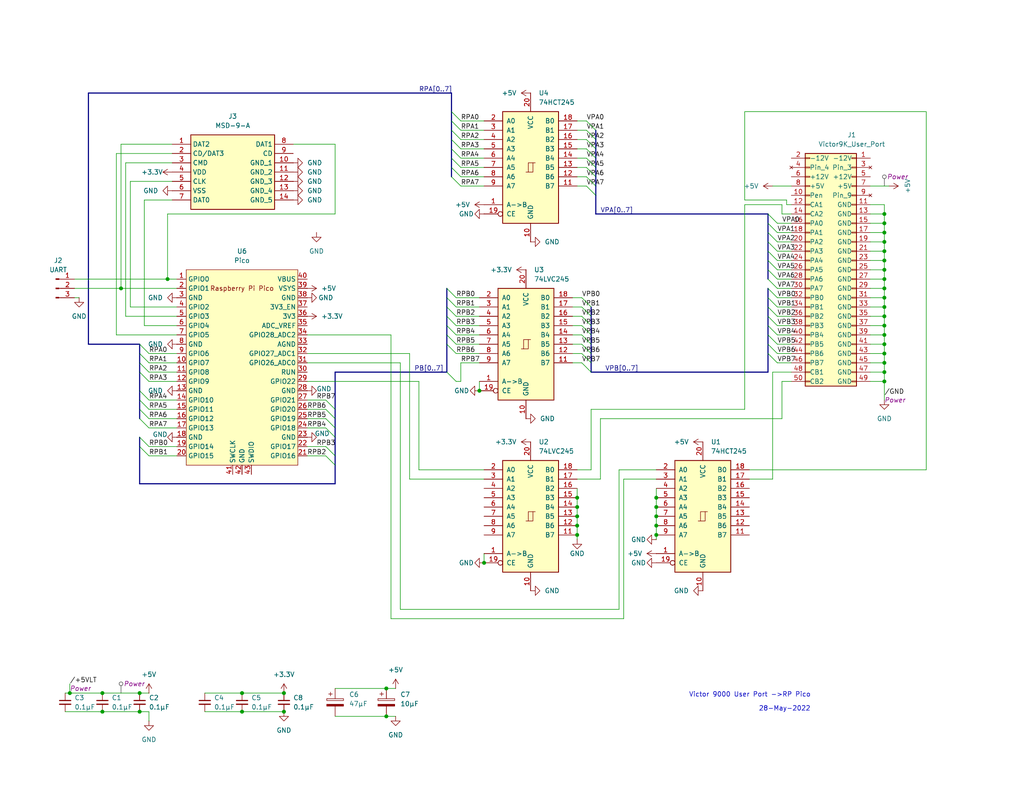
<source format=kicad_sch>
(kicad_sch (version 20250114) (generator "eeschema") (generator_version "9.0")
  (paper "USLetter")
  (lib_symbols
    (symbol "74xx:74HCT245" (pin_names (offset 1.016))
      (property "Reference" "U" (at -7.62 16.51 0))
      (property "Value" "74HCT245" (at -7.62 -16.51 0))
      (symbol "74HCT245_1_0"
        (pin tri_state line (at -12.7 12.7 0) (length 5.08) (name "A0") (number "2"))
        (pin tri_state line (at -12.7 10.16 0) (length 5.08) (name "A1") (number "3"))
        (pin tri_state line (at -12.7 7.62 0) (length 5.08) (name "A2") (number "4"))
        (pin tri_state line (at -12.7 5.08 0) (length 5.08) (name "A3") (number "5"))
        (pin tri_state line (at -12.7 2.54 0) (length 5.08) (name "A4") (number "6"))
        (pin tri_state line (at -12.7 0 0) (length 5.08) (name "A5") (number "7"))
        (pin tri_state line (at -12.7 -2.54 0) (length 5.08) (name "A6") (number "8"))
        (pin tri_state line (at -12.7 -5.08 0) (length 5.08) (name "A7") (number "9"))
        (pin input line (at -12.7 -10.16 0) (length 5.08) (name "A->B") (number "1"))
        (pin input inverted (at -12.7 -12.7 0) (length 5.08) (name "CE") (number "19"))
        (pin power_in line (at 0 20.32 270) (length 5.08) (name "VCC") (number "20"))
        (pin power_in line (at 0 -20.32 90) (length 5.08) (name "GND") (number "10"))
        (pin tri_state line (at 12.7 12.7 180) (length 5.08) (name "B0") (number "18"))
        (pin tri_state line (at 12.7 10.16 180) (length 5.08) (name "B1") (number "17"))
        (pin tri_state line (at 12.7 7.62 180) (length 5.08) (name "B2") (number "16"))
        (pin tri_state line (at 12.7 5.08 180) (length 5.08) (name "B3") (number "15"))
        (pin tri_state line (at 12.7 2.54 180) (length 5.08) (name "B4") (number "14"))
        (pin tri_state line (at 12.7 0 180) (length 5.08) (name "B5") (number "13"))
        (pin tri_state line (at 12.7 -2.54 180) (length 5.08) (name "B6") (number "12"))
        (pin tri_state line (at 12.7 -5.08 180) (length 5.08) (name "B7") (number "11"))
      )
    )
    (symbol "74xx:74LVC245" (pin_names (offset 1.016))
      (property "Reference" "U" (at -7.62 16.51 0))
      (property "Value" "74LVC245" (at -7.62 -16.51 0))
      (symbol "74LVC245_1_0"
        (pin tri_state line (at -12.7 12.7 0) (length 5.08) (name "A0") (number "2"))
        (pin tri_state line (at -12.7 10.16 0) (length 5.08) (name "A1") (number "3"))
        (pin tri_state line (at -12.7 7.62 0) (length 5.08) (name "A2") (number "4"))
        (pin tri_state line (at -12.7 5.08 0) (length 5.08) (name "A3") (number "5"))
        (pin tri_state line (at -12.7 2.54 0) (length 5.08) (name "A4") (number "6"))
        (pin tri_state line (at -12.7 0 0) (length 5.08) (name "A5") (number "7"))
        (pin tri_state line (at -12.7 -2.54 0) (length 5.08) (name "A6") (number "8"))
        (pin tri_state line (at -12.7 -5.08 0) (length 5.08) (name "A7") (number "9"))
        (pin input line (at -12.7 -10.16 0) (length 5.08) (name "A->B") (number "1"))
        (pin input inverted (at -12.7 -12.7 0) (length 5.08) (name "CE") (number "19"))
        (pin power_in line (at 0 20.32 270) (length 5.08) (name "VCC") (number "20"))
        (pin power_in line (at 0 -20.32 90) (length 5.08) (name "GND") (number "10"))
        (pin tri_state line (at 12.7 12.7 180) (length 5.08) (name "B0") (number "18"))
        (pin tri_state line (at 12.7 10.16 180) (length 5.08) (name "B1") (number "17"))
        (pin tri_state line (at 12.7 7.62 180) (length 5.08) (name "B2") (number "16"))
        (pin tri_state line (at 12.7 5.08 180) (length 5.08) (name "B3") (number "15"))
        (pin tri_state line (at 12.7 2.54 180) (length 5.08) (name "B4") (number "14"))
        (pin tri_state line (at 12.7 0 180) (length 5.08) (name "B5") (number "13"))
        (pin tri_state line (at 12.7 -2.54 180) (length 5.08) (name "B6") (number "12"))
        (pin tri_state line (at 12.7 -5.08 180) (length 5.08) (name "B7") (number "11"))
      )
    )
    (symbol "Connector:Conn_01x03_Pin" (pin_names (offset 1.016) (hide yes))
      (property "Reference" "J" (at 0 5.08 0))
      (property "Value" "Conn_01x03_Pin" (at 0 -5.08 0))
      (symbol "Conn_01x03_Pin_1_1"
        (pin passive line (at 5.08 2.54 180) (length 3.81) (name "Pin_1") (number "1"))
        (pin passive line (at 5.08 0 180) (length 3.81) (name "Pin_2") (number "2"))
        (pin passive line (at 5.08 -2.54 180) (length 3.81) (name "Pin_3") (number "3"))
      )
    )
    (symbol "Device:C_Polarized" (pin_numbers (hide yes)) (pin_names (offset 0.254))
      (property "Reference" "C" (at 0.635 2.54 0))
      (property "Value" "C_Polarized" (at 0.635 -2.54 0))
      (symbol "C_Polarized_1_1"
        (pin passive line (at 0 3.81 270) (length 2.794) (name "~") (number "1"))
        (pin passive line (at 0 -3.81 90) (length 2.794) (name "~") (number "2"))
      )
    )
    (symbol "Device:C_Small" (pin_numbers (hide yes)) (pin_names (offset 0.254) (hide yes))
      (property "Reference" "C" (at 0.254 1.778 0))
      (property "Value" "C_Small" (at 0.254 -2.032 0))
      (symbol "C_Small_1_1"
        (pin passive line (at 0 2.54 270) (length 2.032) (name "~") (number "1"))
        (pin passive line (at 0 -2.54 90) (length 2.032) (name "~") (number "2"))
      )
    )
    (symbol "MCU_RaspberryPi_and_Boards:Pico"
      (property "Reference" "U" (at -13.97 27.94 0))
      (property "Value" "Pico" (at 0 19.05 0))
      (symbol "Pico_0_0"
        (text "Raspberry Pi Pico" (at 0 21.59 0) (effects (font (size 1.27 1.27))))
      )
      (symbol "Pico_1_1"
        (pin bidirectional line (at -17.78 24.13 0) (length 2.54) (name "GPIO0") (number "1"))
        (pin bidirectional line (at -17.78 21.59 0) (length 2.54) (name "GPIO1") (number "2"))
        (pin power_in line (at -17.78 19.05 0) (length 2.54) (name "GND") (number "3"))
        (pin bidirectional line (at -17.78 16.51 0) (length 2.54) (name "GPIO2") (number "4"))
        (pin bidirectional line (at -17.78 13.97 0) (length 2.54) (name "GPIO3") (number "5"))
        (pin bidirectional line (at -17.78 11.43 0) (length 2.54) (name "GPIO4") (number "6"))
        (pin bidirectional line (at -17.78 8.89 0) (length 2.54) (name "GPIO5") (number "7"))
        (pin power_in line (at -17.78 6.35 0) (length 2.54) (name "GND") (number "8"))
        (pin bidirectional line (at -17.78 3.81 0) (length 2.54) (name "GPIO6") (number "9"))
        (pin bidirectional line (at -17.78 1.27 0) (length 2.54) (name "GPIO7") (number "10"))
        (pin bidirectional line (at -17.78 -1.27 0) (length 2.54) (name "GPIO8") (number "11"))
        (pin bidirectional line (at -17.78 -3.81 0) (length 2.54) (name "GPIO9") (number "12"))
        (pin power_in line (at -17.78 -6.35 0) (length 2.54) (name "GND") (number "13"))
        (pin bidirectional line (at -17.78 -8.89 0) (length 2.54) (name "GPIO10") (number "14"))
        (pin bidirectional line (at -17.78 -11.43 0) (length 2.54) (name "GPIO11") (number "15"))
        (pin bidirectional line (at -17.78 -13.97 0) (length 2.54) (name "GPIO12") (number "16"))
        (pin bidirectional line (at -17.78 -16.51 0) (length 2.54) (name "GPIO13") (number "17"))
        (pin power_in line (at -17.78 -19.05 0) (length 2.54) (name "GND") (number "18"))
        (pin bidirectional line (at -17.78 -21.59 0) (length 2.54) (name "GPIO14") (number "19"))
        (pin bidirectional line (at -17.78 -24.13 0) (length 2.54) (name "GPIO15") (number "20"))
        (pin input line (at -2.54 -29.21 90) (length 2.54) (name "SWCLK") (number "41"))
        (pin power_in line (at 0 -29.21 90) (length 2.54) (name "GND") (number "42"))
        (pin bidirectional line (at 2.54 -29.21 90) (length 2.54) (name "SWDIO") (number "43"))
        (pin power_in line (at 17.78 24.13 180) (length 2.54) (name "VBUS") (number "40"))
        (pin power_in line (at 17.78 21.59 180) (length 2.54) (name "VSYS") (number "39"))
        (pin bidirectional line (at 17.78 19.05 180) (length 2.54) (name "GND") (number "38"))
        (pin input line (at 17.78 16.51 180) (length 2.54) (name "3V3_EN") (number "37"))
        (pin power_in line (at 17.78 13.97 180) (length 2.54) (name "3V3") (number "36"))
        (pin power_in line (at 17.78 11.43 180) (length 2.54) (name "ADC_VREF") (number "35"))
        (pin bidirectional line (at 17.78 8.89 180) (length 2.54) (name "GPIO28_ADC2") (number "34"))
        (pin power_in line (at 17.78 6.35 180) (length 2.54) (name "AGND") (number "33"))
        (pin bidirectional line (at 17.78 3.81 180) (length 2.54) (name "GPIO27_ADC1") (number "32"))
        (pin bidirectional line (at 17.78 1.27 180) (length 2.54) (name "GPIO26_ADC0") (number "31"))
        (pin input line (at 17.78 -1.27 180) (length 2.54) (name "RUN") (number "30"))
        (pin bidirectional line (at 17.78 -3.81 180) (length 2.54) (name "GPIO22") (number "29"))
        (pin power_in line (at 17.78 -6.35 180) (length 2.54) (name "GND") (number "28"))
        (pin bidirectional line (at 17.78 -8.89 180) (length 2.54) (name "GPIO21") (number "27"))
        (pin bidirectional line (at 17.78 -11.43 180) (length 2.54) (name "GPIO20") (number "26"))
        (pin bidirectional line (at 17.78 -13.97 180) (length 2.54) (name "GPIO19") (number "25"))
        (pin bidirectional line (at 17.78 -16.51 180) (length 2.54) (name "GPIO18") (number "24"))
        (pin power_in line (at 17.78 -19.05 180) (length 2.54) (name "GND") (number "23"))
        (pin bidirectional line (at 17.78 -21.59 180) (length 2.54) (name "GPIO17") (number "22"))
        (pin bidirectional line (at 17.78 -24.13 180) (length 2.54) (name "GPIO16") (number "21"))
      )
    )
    (symbol "MSD-9-A:MSD-9-A"
      (property "Reference" "J" (at 29.21 7.62 0))
      (property "Value" "MSD-9-A" (at 29.21 5.08 0))
      (symbol "MSD-9-A_1_1"
        (pin passive line (at 0 0 0) (length 5.08) (name "DAT2") (number "1"))
        (pin passive line (at 0 -2.54 0) (length 5.08) (name "CD/DAT3") (number "2"))
        (pin passive line (at 0 -5.08 0) (length 5.08) (name "CMD") (number "3"))
        (pin passive line (at 0 -7.62 0) (length 5.08) (name "VDD") (number "4"))
        (pin passive line (at 0 -10.16 0) (length 5.08) (name "CLK") (number "5"))
        (pin passive line (at 0 -12.7 0) (length 5.08) (name "VSS") (number "6"))
        (pin passive line (at 0 -15.24 0) (length 5.08) (name "DAT0") (number "7"))
        (pin passive line (at 33.02 0 180) (length 5.08) (name "DAT1") (number "8"))
        (pin passive line (at 33.02 -2.54 180) (length 5.08) (name "CD") (number "9"))
        (pin passive line (at 33.02 -5.08 180) (length 5.08) (name "GND_1") (number "10"))
        (pin passive line (at 33.02 -7.62 180) (length 5.08) (name "GND_2") (number "11"))
        (pin passive line (at 33.02 -10.16 180) (length 5.08) (name "GND_3") (number "12"))
        (pin passive line (at 33.02 -12.7 180) (length 5.08) (name "GND_4") (number "13"))
        (pin passive line (at 33.02 -15.24 180) (length 5.08) (name "GND_5") (number "14"))
      )
    )
    (symbol "Pauls_symbols:Victor9K_User_Port" (pin_names (offset 1.2))
      (property "Reference" "J" (at 11.43 33.02 0))
      (property "Value" "Victor9K_User_Port" (at 7.62 -33.02 0))
      (symbol "Victor9K_User_Port_1_1"
        (pin power_out line (at -3.81 30.48 0) (length 3.81) (name "-12V") (number "1"))
        (pin no_connect line (at -3.81 27.94 0) (length 3.81) (name "Pin_3") (number "3"))
        (pin power_out line (at -3.81 25.4 0) (length 3.81) (name "+12V") (number "5"))
        (pin power_out line (at -3.81 22.86 0) (length 3.81) (name "+5V") (number "7"))
        (pin no_connect line (at -3.81 20.32 0) (length 3.81) (name "Pin_9") (number "9"))
        (pin power_out line (at -3.81 17.78 0) (length 3.81) (name "GND") (number "11"))
        (pin power_out line (at -3.81 15.24 0) (length 3.81) (name "GND") (number "13"))
        (pin power_out line (at -3.81 12.7 0) (length 3.81) (name "GND") (number "15"))
        (pin power_out line (at -3.81 10.16 0) (length 3.81) (name "GND") (number "17"))
        (pin power_out line (at -3.81 7.62 0) (length 3.81) (name "GND") (number "19"))
        (pin power_out line (at -3.81 5.08 0) (length 3.81) (name "GND") (number "21"))
        (pin power_out line (at -3.81 2.54 0) (length 3.81) (name "GND") (number "23"))
        (pin power_out line (at -3.81 0 0) (length 3.81) (name "GND") (number "25"))
        (pin power_out line (at -3.81 -2.54 0) (length 3.81) (name "GND") (number "27"))
        (pin power_out line (at -3.81 -5.08 0) (length 3.81) (name "GND") (number "29"))
        (pin power_out line (at -3.81 -7.62 0) (length 3.81) (name "GND") (number "31"))
        (pin power_out line (at -3.81 -10.16 0) (length 3.81) (name "GND") (number "33"))
        (pin power_out line (at -3.81 -12.7 0) (length 3.81) (name "GND") (number "35"))
        (pin power_out line (at -3.81 -15.24 0) (length 3.81) (name "GND") (number "37"))
        (pin power_out line (at -3.81 -17.78 0) (length 3.81) (name "GND") (number "39"))
        (pin power_out line (at -3.81 -20.32 0) (length 3.81) (name "GND") (number "41"))
        (pin power_out line (at -3.81 -22.86 0) (length 3.81) (name "GND") (number "43"))
        (pin power_out line (at -3.81 -25.4 0) (length 3.81) (name "GND") (number "45"))
        (pin power_out line (at -3.81 -27.94 0) (length 3.81) (name "GND") (number "47"))
        (pin power_out line (at -3.81 -30.48 0) (length 3.81) (name "GND") (number "49"))
        (pin power_out line (at 17.78 30.48 180) (length 3.81) (name "-12V") (number "2"))
        (pin no_connect line (at 17.78 27.94 180) (length 3.81) (name "Pin_4") (number "4"))
        (pin power_out line (at 17.78 25.4 180) (length 3.81) (name "+12V") (number "6"))
        (pin power_out line (at 17.78 22.86 180) (length 3.81) (name "+5V") (number "8"))
        (pin input line (at 17.78 20.32 180) (length 3.81) (name "Pen") (number "10"))
        (pin input line (at 17.78 17.78 180) (length 3.81) (name "CA1") (number "12"))
        (pin bidirectional line (at 17.78 15.24 180) (length 3.81) (name "CA2") (number "14"))
        (pin bidirectional line (at 17.78 12.7 180) (length 3.81) (name "PA0") (number "16"))
        (pin bidirectional line (at 17.78 10.16 180) (length 3.81) (name "PA1") (number "18"))
        (pin bidirectional line (at 17.78 7.62 180) (length 3.81) (name "PA2") (number "20"))
        (pin bidirectional line (at 17.78 5.08 180) (length 3.81) (name "PA3") (number "22"))
        (pin bidirectional line (at 17.78 2.54 180) (length 3.81) (name "PA4") (number "24"))
        (pin bidirectional line (at 17.78 0 180) (length 3.81) (name "PA5") (number "26"))
        (pin bidirectional line (at 17.78 -2.54 180) (length 3.81) (name "PA6") (number "28"))
        (pin bidirectional line (at 17.78 -5.08 180) (length 3.81) (name "PA7") (number "30"))
        (pin bidirectional line (at 17.78 -7.62 180) (length 3.81) (name "PB0") (number "32"))
        (pin bidirectional line (at 17.78 -10.16 180) (length 3.81) (name "PB1") (number "34"))
        (pin bidirectional line (at 17.78 -12.7 180) (length 3.81) (name "PB2") (number "36"))
        (pin bidirectional line (at 17.78 -15.24 180) (length 3.81) (name "PB3") (number "38"))
        (pin bidirectional line (at 17.78 -17.78 180) (length 3.81) (name "PB4") (number "40"))
        (pin bidirectional line (at 17.78 -20.32 180) (length 3.81) (name "PB5") (number "42"))
        (pin bidirectional line (at 17.78 -22.86 180) (length 3.81) (name "PB6") (number "44"))
        (pin bidirectional line (at 17.78 -25.4 180) (length 3.81) (name "PB7") (number "46"))
        (pin input line (at 17.78 -27.94 180) (length 3.81) (name "CB1") (number "48"))
        (pin bidirectional line (at 17.78 -30.48 180) (length 3.81) (name "CB2") (number "50"))
      )
    )
    (symbol "power:+3.3V" (power) (pin_numbers (hide yes)) (pin_names (offset 0) (hide yes))
      (property "Value" "+3.3V" (at 0 3.556 0))
      (symbol "+3.3V_1_1"
        (pin power_in line (at 0 0 90) (length 0) (name "~") (number "1"))
      )
    )
    (symbol "power:+5V" (power) (pin_numbers (hide yes)) (pin_names (offset 0) (hide yes))
      (property "Value" "+5V" (at 0 3.556 0))
      (symbol "+5V_1_1"
        (pin power_in line (at 0 0 90) (length 0) (name "~") (number "1"))
      )
    )
    (symbol "power:GND" (power) (pin_numbers (hide yes)) (pin_names (offset 0) (hide yes))
      (property "Value" "GND" (at 0 -3.81 0))
      (symbol "GND_1_1"
        (pin power_in line (at 0 0 270) (length 0) (name "~") (number "1"))
      )
    )
  )
  (text "Victor 9000 User Port ->RP Pico" (at 187.96 190.5 0) (effects (font (size 1.27 1.27)) (justify left bottom)))
  (text "28-May-2022" (at 207.01 194.31 0) (effects (font (size 1.27 1.27)) (justify left bottom)))
  (junction (at 179.07 143.51))
  (junction (at 27.94 194.31))
  (junction (at 241.3 66.04))
  (junction (at 241.3 91.44))
  (junction (at 77.47 189.23))
  (junction (at 241.3 60.96))
  (junction (at 19.05 189.23))
  (junction (at 105.41 195.58))
  (junction (at 241.3 81.28))
  (junction (at 179.07 140.97))
  (junction (at 157.48 138.43))
  (junction (at 105.41 187.96))
  (junction (at 66.04 189.23))
  (junction (at 241.3 76.2))
  (junction (at 33.02 78.74))
  (junction (at 241.3 86.36))
  (junction (at 38.1 189.23))
  (junction (at 241.3 96.52))
  (junction (at 241.3 83.82))
  (junction (at 77.47 194.31))
  (junction (at 241.3 68.58))
  (junction (at 179.07 135.89))
  (junction (at 157.48 143.51))
  (junction (at 241.3 73.66))
  (junction (at 241.3 78.74))
  (junction (at 157.48 140.97))
  (junction (at 241.3 63.5))
  (junction (at 241.3 101.6))
  (junction (at 241.3 99.06))
  (junction (at 179.07 146.05))
  (junction (at 241.3 93.98))
  (junction (at 241.3 104.14))
  (junction (at 66.04 194.31))
  (junction (at 27.94 189.23))
  (junction (at 130.81 106.68))
  (junction (at 241.3 71.12))
  (junction (at 45.72 76.2))
  (junction (at 38.1 194.31))
  (junction (at 241.3 58.42))
  (junction (at 179.07 138.43))
  (junction (at 132.08 153.67))
  (junction (at 157.48 146.05))
  (junction (at 241.3 88.9))
  (junction (at 157.48 135.89))
  (bus_entry (at 160.02 45.72) (size 2.54 2.54))
  (bus_entry (at 38.1 119.38) (size 2.54 2.54))
  (bus_entry (at 121.92 81.28) (size 2.54 2.54))
  (bus_entry (at 209.55 66.04) (size 2.54 2.54))
  (bus_entry (at 158.75 83.82) (size 2.54 2.54))
  (bus_entry (at 121.92 93.98) (size 2.54 2.54))
  (bus_entry (at 123.19 30.48) (size 2.54 2.54))
  (bus_entry (at 38.1 96.52) (size 2.54 2.54))
  (bus_entry (at 88.9 109.22) (size 2.54 2.54))
  (bus_entry (at 160.02 43.18) (size 2.54 2.54))
  (bus_entry (at 158.75 99.06) (size 2.54 2.54))
  (bus_entry (at 121.92 101.6) (size 2.54 2.54))
  (bus_entry (at 121.92 88.9) (size 2.54 2.54))
  (bus_entry (at 123.19 40.64) (size 2.54 2.54))
  (bus_entry (at 88.9 116.84) (size 2.54 2.54))
  (bus_entry (at 209.55 88.9) (size 2.54 2.54))
  (bus_entry (at 209.55 78.74) (size 2.54 2.54))
  (bus_entry (at 88.9 114.3) (size 2.54 2.54))
  (bus_entry (at 209.55 91.44) (size 2.54 2.54))
  (bus_entry (at 209.55 96.52) (size 2.54 2.54))
  (bus_entry (at 209.55 58.42) (size 2.54 2.54))
  (bus_entry (at 123.19 45.72) (size 2.54 2.54))
  (bus_entry (at 158.75 96.52) (size 2.54 2.54))
  (bus_entry (at 160.02 38.1) (size 2.54 2.54))
  (bus_entry (at 38.1 109.22) (size 2.54 2.54))
  (bus_entry (at 209.55 71.12) (size 2.54 2.54))
  (bus_entry (at 160.02 50.8) (size 2.54 2.54))
  (bus_entry (at 88.9 124.46) (size 2.54 2.54))
  (bus_entry (at 38.1 99.06) (size 2.54 2.54))
  (bus_entry (at 160.02 35.56) (size 2.54 2.54))
  (bus_entry (at 160.02 33.02) (size 2.54 2.54))
  (bus_entry (at 123.19 48.26) (size 2.54 2.54))
  (bus_entry (at 121.92 83.82) (size 2.54 2.54))
  (bus_entry (at 38.1 111.76) (size 2.54 2.54))
  (bus_entry (at 123.19 33.02) (size 2.54 2.54))
  (bus_entry (at 121.92 91.44) (size 2.54 2.54))
  (bus_entry (at 38.1 114.3) (size 2.54 2.54))
  (bus_entry (at 38.1 106.68) (size 2.54 2.54))
  (bus_entry (at 123.19 38.1) (size 2.54 2.54))
  (bus_entry (at 123.19 35.56) (size 2.54 2.54))
  (bus_entry (at 121.92 78.74) (size 2.54 2.54))
  (bus_entry (at 121.92 86.36) (size 2.54 2.54))
  (bus_entry (at 38.1 121.92) (size 2.54 2.54))
  (bus_entry (at 88.9 121.92) (size 2.54 2.54))
  (bus_entry (at 209.55 93.98) (size 2.54 2.54))
  (bus_entry (at 209.55 60.96) (size 2.54 2.54))
  (bus_entry (at 158.75 88.9) (size 2.54 2.54))
  (bus_entry (at 209.55 76.2) (size 2.54 2.54))
  (bus_entry (at 160.02 48.26) (size 2.54 2.54))
  (bus_entry (at 209.55 73.66) (size 2.54 2.54))
  (bus_entry (at 38.1 93.98) (size 2.54 2.54))
  (bus_entry (at 158.75 91.44) (size 2.54 2.54))
  (bus_entry (at 209.55 81.28) (size 2.54 2.54))
  (bus_entry (at 158.75 86.36) (size 2.54 2.54))
  (bus_entry (at 209.55 83.82) (size 2.54 2.54))
  (bus_entry (at 209.55 68.58) (size 2.54 2.54))
  (bus_entry (at 88.9 111.76) (size 2.54 2.54))
  (bus_entry (at 158.75 93.98) (size 2.54 2.54))
  (bus_entry (at 209.55 63.5) (size 2.54 2.54))
  (bus_entry (at 123.19 43.18) (size 2.54 2.54))
  (bus_entry (at 160.02 40.64) (size 2.54 2.54))
  (bus_entry (at 209.55 86.36) (size 2.54 2.54))
  (bus_entry (at 38.1 101.6) (size 2.54 2.54))
  (bus_entry (at 158.75 81.28) (size 2.54 2.54))
  (wire (pts (xy 83.82 116.84) (xy 88.9 116.84)))
  (wire (pts (xy 241.3 96.52) (xy 241.3 99.06)))
  (wire (pts (xy 212.09 76.2) (xy 215.9 76.2)))
  (bus (pts (xy 161.29 86.36) (xy 161.29 88.9)))
  (wire (pts (xy 157.48 43.18) (xy 160.02 43.18)))
  (wire (pts (xy 106.68 168.91) (xy 106.68 91.44)))
  (bus (pts (xy 91.44 119.38) (xy 91.44 124.46)))
  (wire (pts (xy 156.21 96.52) (xy 158.75 96.52)))
  (wire (pts (xy 34.29 86.36) (xy 34.29 44.45)))
  (bus (pts (xy 38.1 106.68) (xy 38.1 101.6)))
  (wire (pts (xy 241.3 63.5) (xy 241.3 66.04)))
  (wire (pts (xy 241.3 91.44) (xy 241.3 93.98)))
  (wire (pts (xy 237.49 83.82) (xy 241.3 83.82)))
  (bus (pts (xy 209.55 96.52) (xy 209.55 101.6)))
  (wire (pts (xy 91.44 187.96) (xy 105.41 187.96)))
  (wire (pts (xy 105.41 195.58) (xy 107.95 195.58)))
  (bus (pts (xy 162.56 38.1) (xy 162.56 40.64)))
  (wire (pts (xy 179.07 130.81) (xy 170.18 130.81)))
  (wire (pts (xy 203.2 111.76) (xy 203.2 55.88)))
  (wire (pts (xy 109.22 166.37) (xy 168.91 166.37)))
  (wire (pts (xy 83.82 124.46) (xy 88.9 124.46)))
  (wire (pts (xy 34.29 44.45) (xy 46.99 44.45)))
  (wire (pts (xy 40.64 101.6) (xy 48.26 101.6)))
  (bus (pts (xy 38.1 111.76) (xy 38.1 109.22)))
  (wire (pts (xy 179.07 143.51) (xy 179.07 146.05)))
  (bus (pts (xy 209.55 86.36) (xy 209.55 88.9)))
  (wire (pts (xy 39.37 88.9) (xy 39.37 54.61)))
  (wire (pts (xy 156.21 91.44) (xy 158.75 91.44)))
  (wire (pts (xy 241.3 68.58) (xy 241.3 71.12)))
  (wire (pts (xy 212.09 66.04) (xy 215.9 66.04)))
  (bus (pts (xy 38.1 119.38) (xy 38.1 121.92)))
  (wire (pts (xy 157.48 138.43) (xy 157.48 140.97)))
  (wire (pts (xy 20.32 76.2) (xy 45.72 76.2)))
  (wire (pts (xy 157.48 146.05) (xy 157.48 147.32)))
  (bus (pts (xy 38.1 101.6) (xy 38.1 99.06)))
  (bus (pts (xy 121.92 83.82) (xy 121.92 86.36)))
  (wire (pts (xy 241.3 99.06) (xy 241.3 101.6)))
  (wire (pts (xy 241.3 101.6) (xy 241.3 104.14)))
  (wire (pts (xy 40.64 114.3) (xy 48.26 114.3)))
  (bus (pts (xy 91.44 127) (xy 91.44 132.08)))
  (wire (pts (xy 124.46 93.98) (xy 130.81 93.98)))
  (wire (pts (xy 179.07 135.89) (xy 179.07 138.43)))
  (wire (pts (xy 124.46 104.14) (xy 125.73 104.14)))
  (bus (pts (xy 91.44 132.08) (xy 38.1 132.08)))
  (bus (pts (xy 121.92 81.28) (xy 121.92 83.82)))
  (wire (pts (xy 242.57 50.8) (xy 237.49 50.8)))
  (wire (pts (xy 237.49 55.88) (xy 241.3 55.88)))
  (wire (pts (xy 212.09 60.96) (xy 215.9 60.96)))
  (wire (pts (xy 157.48 128.27) (xy 161.29 128.27)))
  (wire (pts (xy 83.82 99.06) (xy 109.22 99.06)))
  (wire (pts (xy 237.49 60.96) (xy 241.3 60.96)))
  (wire (pts (xy 241.3 66.04) (xy 241.3 68.58)))
  (wire (pts (xy 241.3 88.9) (xy 241.3 91.44)))
  (wire (pts (xy 212.09 71.12) (xy 215.9 71.12)))
  (wire (pts (xy 33.02 39.37) (xy 46.99 39.37)))
  (wire (pts (xy 38.1 194.31) (xy 40.64 194.31)))
  (wire (pts (xy 237.49 99.06) (xy 241.3 99.06)))
  (wire (pts (xy 157.48 45.72) (xy 160.02 45.72)))
  (wire (pts (xy 33.02 78.74) (xy 33.02 39.37)))
  (wire (pts (xy 125.73 38.1) (xy 132.08 38.1)))
  (wire (pts (xy 179.07 140.97) (xy 179.07 143.51)))
  (wire (pts (xy 203.2 30.48) (xy 203.2 54.61)))
  (bus (pts (xy 123.19 45.72) (xy 123.19 48.26)))
  (wire (pts (xy 212.09 83.82) (xy 215.9 83.82)))
  (wire (pts (xy 241.3 73.66) (xy 241.3 76.2)))
  (wire (pts (xy 237.49 78.74) (xy 241.3 78.74)))
  (wire (pts (xy 156.21 86.36) (xy 158.75 86.36)))
  (wire (pts (xy 48.26 83.82) (xy 35.56 83.82)))
  (wire (pts (xy 132.08 151.13) (xy 132.08 153.67)))
  (wire (pts (xy 237.49 101.6) (xy 241.3 101.6)))
  (bus (pts (xy 161.29 96.52) (xy 161.29 99.06)))
  (bus (pts (xy 121.92 93.98) (xy 121.92 101.6)))
  (wire (pts (xy 212.09 93.98) (xy 215.9 93.98)))
  (wire (pts (xy 170.18 130.81) (xy 170.18 168.91)))
  (wire (pts (xy 156.21 81.28) (xy 158.75 81.28)))
  (wire (pts (xy 40.64 121.92) (xy 48.26 121.92)))
  (wire (pts (xy 125.73 33.02) (xy 132.08 33.02)))
  (wire (pts (xy 125.73 99.06) (xy 130.81 99.06)))
  (wire (pts (xy 241.3 93.98) (xy 241.3 96.52)))
  (wire (pts (xy 212.09 99.06) (xy 215.9 99.06)))
  (wire (pts (xy 157.48 133.35) (xy 157.48 135.89)))
  (wire (pts (xy 157.48 33.02) (xy 160.02 33.02)))
  (wire (pts (xy 161.29 111.76) (xy 203.2 111.76)))
  (wire (pts (xy 204.47 130.81) (xy 210.82 130.81)))
  (wire (pts (xy 19.05 189.23) (xy 27.94 189.23)))
  (wire (pts (xy 210.82 101.6) (xy 210.82 130.81)))
  (bus (pts (xy 162.56 58.42) (xy 209.55 58.42)))
  (wire (pts (xy 125.73 50.8) (xy 132.08 50.8)))
  (wire (pts (xy 35.56 49.53) (xy 46.99 49.53)))
  (wire (pts (xy 237.49 93.98) (xy 241.3 93.98)))
  (bus (pts (xy 123.19 40.64) (xy 123.19 43.18)))
  (bus (pts (xy 161.29 83.82) (xy 161.29 86.36)))
  (wire (pts (xy 124.46 96.52) (xy 130.81 96.52)))
  (wire (pts (xy 212.09 88.9) (xy 215.9 88.9)))
  (wire (pts (xy 48.26 86.36) (xy 34.29 86.36)))
  (bus (pts (xy 209.55 60.96) (xy 209.55 58.42)))
  (wire (pts (xy 124.46 83.82) (xy 130.81 83.82)))
  (wire (pts (xy 157.48 135.89) (xy 157.48 138.43)))
  (wire (pts (xy 215.9 101.6) (xy 210.82 101.6)))
  (wire (pts (xy 237.49 88.9) (xy 241.3 88.9)))
  (wire (pts (xy 241.3 71.12) (xy 241.3 73.66)))
  (wire (pts (xy 91.44 58.42) (xy 91.44 39.37)))
  (bus (pts (xy 123.19 25.4) (xy 123.19 30.48)))
  (wire (pts (xy 124.46 86.36) (xy 130.81 86.36)))
  (wire (pts (xy 55.88 189.23) (xy 66.04 189.23)))
  (bus (pts (xy 161.29 99.06) (xy 161.29 101.6)))
  (wire (pts (xy 124.46 91.44) (xy 130.81 91.44)))
  (wire (pts (xy 17.78 189.23) (xy 19.05 189.23)))
  (wire (pts (xy 157.48 38.1) (xy 160.02 38.1)))
  (wire (pts (xy 33.02 78.74) (xy 48.26 78.74)))
  (wire (pts (xy 19.05 186.69) (xy 19.05 189.23)))
  (wire (pts (xy 48.26 88.9) (xy 39.37 88.9)))
  (wire (pts (xy 156.21 93.98) (xy 158.75 93.98)))
  (bus (pts (xy 121.92 88.9) (xy 121.92 91.44)))
  (wire (pts (xy 114.3 128.27) (xy 132.08 128.27)))
  (bus (pts (xy 162.56 53.34) (xy 162.56 58.42)))
  (wire (pts (xy 241.3 78.74) (xy 241.3 81.28)))
  (bus (pts (xy 162.56 35.56) (xy 162.56 38.1)))
  (wire (pts (xy 124.46 81.28) (xy 130.81 81.28)))
  (wire (pts (xy 213.36 55.88) (xy 203.2 55.88)))
  (bus (pts (xy 123.19 35.56) (xy 123.19 38.1)))
  (wire (pts (xy 83.82 111.76) (xy 88.9 111.76)))
  (wire (pts (xy 157.48 130.81) (xy 163.83 130.81)))
  (wire (pts (xy 237.49 104.14) (xy 241.3 104.14)))
  (wire (pts (xy 168.91 166.37) (xy 168.91 128.27)))
  (wire (pts (xy 27.94 189.23) (xy 38.1 189.23)))
  (wire (pts (xy 40.64 99.06) (xy 48.26 99.06)))
  (bus (pts (xy 162.56 50.8) (xy 162.56 53.34)))
  (wire (pts (xy 40.64 194.31) (xy 40.64 196.85)))
  (wire (pts (xy 38.1 189.23) (xy 40.64 189.23)))
  (wire (pts (xy 157.48 35.56) (xy 160.02 35.56)))
  (bus (pts (xy 38.1 96.52) (xy 38.1 93.98)))
  (wire (pts (xy 179.07 133.35) (xy 179.07 135.89)))
  (bus (pts (xy 121.92 86.36) (xy 121.92 88.9)))
  (wire (pts (xy 241.3 83.82) (xy 241.3 86.36)))
  (wire (pts (xy 83.82 109.22) (xy 88.9 109.22)))
  (wire (pts (xy 105.41 187.96) (xy 107.95 187.96)))
  (wire (pts (xy 237.49 86.36) (xy 241.3 86.36)))
  (wire (pts (xy 163.83 130.81) (xy 163.83 114.3)))
  (wire (pts (xy 40.64 111.76) (xy 48.26 111.76)))
  (wire (pts (xy 252.73 30.48) (xy 203.2 30.48)))
  (bus (pts (xy 209.55 66.04) (xy 209.55 63.5)))
  (wire (pts (xy 157.48 40.64) (xy 160.02 40.64)))
  (wire (pts (xy 157.48 140.97) (xy 157.48 143.51)))
  (bus (pts (xy 162.56 45.72) (xy 162.56 48.26)))
  (wire (pts (xy 20.32 81.28) (xy 21.59 81.28)))
  (wire (pts (xy 241.3 60.96) (xy 241.3 63.5)))
  (wire (pts (xy 45.72 76.2) (xy 45.72 58.42)))
  (bus (pts (xy 162.56 48.26) (xy 162.56 50.8)))
  (wire (pts (xy 66.04 194.31) (xy 77.47 194.31)))
  (bus (pts (xy 123.19 33.02) (xy 123.19 35.56)))
  (bus (pts (xy 161.29 101.6) (xy 209.55 101.6)))
  (wire (pts (xy 124.46 88.9) (xy 130.81 88.9)))
  (wire (pts (xy 241.3 76.2) (xy 241.3 78.74)))
  (wire (pts (xy 125.73 104.14) (xy 125.73 99.06)))
  (bus (pts (xy 209.55 71.12) (xy 209.55 68.58)))
  (wire (pts (xy 20.32 78.74) (xy 33.02 78.74)))
  (wire (pts (xy 179.07 146.05) (xy 179.07 147.32)))
  (bus (pts (xy 91.44 114.3) (xy 91.44 116.84)))
  (bus (pts (xy 38.1 114.3) (xy 38.1 111.76)))
  (wire (pts (xy 39.37 54.61) (xy 46.99 54.61)))
  (wire (pts (xy 91.44 39.37) (xy 80.01 39.37)))
  (wire (pts (xy 241.3 81.28) (xy 241.3 83.82)))
  (wire (pts (xy 212.09 78.74) (xy 215.9 78.74)))
  (bus (pts (xy 209.55 88.9) (xy 209.55 91.44)))
  (wire (pts (xy 125.73 35.56) (xy 132.08 35.56)))
  (wire (pts (xy 237.49 91.44) (xy 241.3 91.44)))
  (wire (pts (xy 214.63 54.61) (xy 214.63 55.88)))
  (bus (pts (xy 209.55 73.66) (xy 209.55 71.12)))
  (bus (pts (xy 38.1 121.92) (xy 38.1 132.08)))
  (wire (pts (xy 237.49 58.42) (xy 241.3 58.42)))
  (bus (pts (xy 121.92 91.44) (xy 121.92 93.98)))
  (bus (pts (xy 209.55 93.98) (xy 209.55 96.52)))
  (bus (pts (xy 38.1 99.06) (xy 38.1 96.52)))
  (wire (pts (xy 156.21 88.9) (xy 158.75 88.9)))
  (wire (pts (xy 241.3 86.36) (xy 241.3 88.9)))
  (wire (pts (xy 212.09 81.28) (xy 215.9 81.28)))
  (wire (pts (xy 157.48 48.26) (xy 160.02 48.26)))
  (wire (pts (xy 161.29 128.27) (xy 161.29 111.76)))
  (wire (pts (xy 83.82 114.3) (xy 88.9 114.3)))
  (wire (pts (xy 55.88 194.31) (xy 66.04 194.31)))
  (wire (pts (xy 48.26 91.44) (xy 31.75 91.44)))
  (wire (pts (xy 203.2 54.61) (xy 214.63 54.61)))
  (bus (pts (xy 209.55 83.82) (xy 209.55 86.36)))
  (wire (pts (xy 125.73 45.72) (xy 132.08 45.72)))
  (bus (pts (xy 162.56 43.18) (xy 162.56 45.72)))
  (wire (pts (xy 212.09 63.5) (xy 215.9 63.5)))
  (wire (pts (xy 17.78 194.31) (xy 27.94 194.31)))
  (wire (pts (xy 157.48 50.8) (xy 160.02 50.8)))
  (bus (pts (xy 209.55 91.44) (xy 209.55 93.98)))
  (bus (pts (xy 121.92 78.74) (xy 121.92 81.28)))
  (bus (pts (xy 123.19 43.18) (xy 123.19 45.72)))
  (wire (pts (xy 212.09 86.36) (xy 215.9 86.36)))
  (wire (pts (xy 213.36 114.3) (xy 213.36 104.14)))
  (wire (pts (xy 213.36 104.14) (xy 215.9 104.14)))
  (bus (pts (xy 209.55 78.74) (xy 209.55 81.28)))
  (wire (pts (xy 212.09 73.66) (xy 215.9 73.66)))
  (wire (pts (xy 109.22 99.06) (xy 109.22 166.37)))
  (bus (pts (xy 24.13 25.4) (xy 123.19 25.4)))
  (wire (pts (xy 237.49 68.58) (xy 241.3 68.58)))
  (wire (pts (xy 212.09 91.44) (xy 215.9 91.44)))
  (wire (pts (xy 204.47 128.27) (xy 252.73 128.27)))
  (wire (pts (xy 210.82 50.8) (xy 215.9 50.8)))
  (wire (pts (xy 237.49 63.5) (xy 241.3 63.5)))
  (wire (pts (xy 111.76 130.81) (xy 132.08 130.81)))
  (wire (pts (xy 179.07 138.43) (xy 179.07 140.97)))
  (bus (pts (xy 209.55 81.28) (xy 209.55 83.82)))
  (wire (pts (xy 111.76 96.52) (xy 111.76 130.81)))
  (wire (pts (xy 170.18 168.91) (xy 106.68 168.91)))
  (wire (pts (xy 83.82 104.14) (xy 114.3 104.14)))
  (wire (pts (xy 212.09 96.52) (xy 215.9 96.52)))
  (bus (pts (xy 123.19 38.1) (xy 123.19 40.64)))
  (wire (pts (xy 241.3 58.42) (xy 241.3 60.96)))
  (wire (pts (xy 237.49 66.04) (xy 241.3 66.04)))
  (wire (pts (xy 157.48 143.51) (xy 157.48 146.05)))
  (wire (pts (xy 214.63 55.88) (xy 215.9 55.88)))
  (bus (pts (xy 38.1 109.22) (xy 38.1 106.68)))
  (bus (pts (xy 123.19 30.48) (xy 123.19 33.02)))
  (wire (pts (xy 168.91 128.27) (xy 179.07 128.27)))
  (wire (pts (xy 156.21 99.06) (xy 158.75 99.06)))
  (wire (pts (xy 237.49 76.2) (xy 241.3 76.2)))
  (wire (pts (xy 125.73 48.26) (xy 132.08 48.26)))
  (wire (pts (xy 45.72 58.42) (xy 91.44 58.42)))
  (wire (pts (xy 66.04 189.23) (xy 77.47 189.23)))
  (bus (pts (xy 91.44 116.84) (xy 91.44 119.38)))
  (bus (pts (xy 162.56 40.64) (xy 162.56 43.18)))
  (wire (pts (xy 241.3 104.14) (xy 241.3 109.22)))
  (wire (pts (xy 27.94 194.31) (xy 38.1 194.31)))
  (wire (pts (xy 156.21 83.82) (xy 158.75 83.82)))
  (wire (pts (xy 83.82 91.44) (xy 106.68 91.44)))
  (bus (pts (xy 161.29 88.9) (xy 161.29 91.44)))
  (bus (pts (xy 91.44 124.46) (xy 91.44 127)))
  (wire (pts (xy 237.49 71.12) (xy 241.3 71.12)))
  (wire (pts (xy 35.56 83.82) (xy 35.56 49.53)))
  (bus (pts (xy 209.55 63.5) (xy 209.55 60.96)))
  (wire (pts (xy 83.82 121.92) (xy 88.9 121.92)))
  (bus (pts (xy 161.29 93.98) (xy 161.29 96.52)))
  (wire (pts (xy 215.9 58.42) (xy 213.36 58.42)))
  (bus (pts (xy 209.55 76.2) (xy 209.55 73.66)))
  (wire (pts (xy 212.09 68.58) (xy 215.9 68.58)))
  (wire (pts (xy 237.49 96.52) (xy 241.3 96.52)))
  (wire (pts (xy 213.36 58.42) (xy 213.36 55.88)))
  (bus (pts (xy 91.44 101.6) (xy 121.92 101.6)))
  (wire (pts (xy 31.75 41.91) (xy 46.99 41.91)))
  (wire (pts (xy 114.3 104.14) (xy 114.3 128.27)))
  (wire (pts (xy 130.81 104.14) (xy 130.81 106.68)))
  (bus (pts (xy 91.44 101.6) (xy 91.44 111.76)))
  (wire (pts (xy 91.44 195.58) (xy 105.41 195.58)))
  (wire (pts (xy 40.64 116.84) (xy 48.26 116.84)))
  (wire (pts (xy 48.26 76.2) (xy 45.72 76.2)))
  (wire (pts (xy 83.82 96.52) (xy 111.76 96.52)))
  (wire (pts (xy 40.64 104.14) (xy 48.26 104.14)))
  (wire (pts (xy 163.83 114.3) (xy 213.36 114.3)))
  (wire (pts (xy 40.64 96.52) (xy 48.26 96.52)))
  (bus (pts (xy 91.44 111.76) (xy 91.44 114.3)))
  (bus (pts (xy 24.13 93.98) (xy 24.13 25.4)))
  (wire (pts (xy 125.73 43.18) (xy 132.08 43.18)))
  (wire (pts (xy 252.73 128.27) (xy 252.73 30.48)))
  (bus (pts (xy 38.1 93.98) (xy 24.13 93.98)))
  (wire (pts (xy 237.49 73.66) (xy 241.3 73.66)))
  (wire (pts (xy 40.64 124.46) (xy 48.26 124.46)))
  (wire (pts (xy 125.73 40.64) (xy 132.08 40.64)))
  (wire (pts (xy 40.64 109.22) (xy 48.26 109.22)))
  (bus (pts (xy 209.55 68.58) (xy 209.55 66.04)))
  (wire (pts (xy 31.75 41.91) (xy 31.75 91.44)))
  (wire (pts (xy 237.49 81.28) (xy 241.3 81.28)))
  (bus (pts (xy 161.29 91.44) (xy 161.29 93.98)))
  (wire (pts (xy 241.3 55.88) (xy 241.3 58.42)))
  (label "RPB7" (at 125.73 99.06 0))
  (label "VPA[0..7]" (at 163.83 58.42 0))
  (label "{slash}+5VLT" (at 19.05 186.69 0) (property "/+5VLT" "Power" (at 19.05 187.96 0) (effects (font (italic yes)) (justify left))))
  (label "RPB7" (at 86.36 109.22 0))
  (label "VPB0" (at 212.09 81.28 0))
  (label "RPB6" (at 83.82 111.76 0))
  (label "{slash}GND" (at 241.3 107.95 0) (property "/GND" "Power" (at 241.3 109.22 0) (effects (font (italic yes)) (justify left))))
  (label "RPB0" (at 124.46 81.28 0))
  (label "VPB4" (at 212.09 91.44 0))
  (label "VPB5" (at 212.09 93.98 0))
  (label "VPA2" (at 212.09 66.04 0))
  (label "RPA0" (at 40.64 96.52 0))
  (label "RPB0" (at 40.64 121.92 0))
  (label "VPA5" (at 212.09 73.66 0))
  (label "RPA1" (at 125.73 35.56 0))
  (label "RPB2" (at 83.82 124.46 0))
  (label "VPA0" (at 160.02 33.02 0))
  (label "RPA3" (at 40.64 104.14 0))
  (label "VPA0" (at 213.36 60.96 0))
  (label "VPA6" (at 212.09 76.2 0))
  (label "RPA0" (at 125.73 33.02 0))
  (label "VPB5" (at 158.75 93.98 0))
  (label "VPB3" (at 158.75 88.9 0))
  (label "VPB2" (at 158.75 86.36 0))
  (label "RPB5" (at 83.82 114.3 0))
  (label "VPB6" (at 212.09 96.52 0))
  (label "RPA1" (at 40.64 99.06 0))
  (label "VPA1" (at 160.02 35.56 0))
  (label "VPB1" (at 212.09 83.82 0))
  (label "RPB5" (at 124.46 93.98 0))
  (label "VPA7" (at 212.09 78.74 0))
  (label "RPA6" (at 40.64 114.3 0))
  (label "VPB1" (at 158.75 83.82 0))
  (label "RPB2" (at 124.46 86.36 0))
  (label "RPB6" (at 124.46 96.52 0))
  (label "RPA4" (at 40.64 109.22 0))
  (label "RPA4" (at 125.73 43.18 0))
  (label "VPA2" (at 160.02 38.1 0))
  (label "RPA3" (at 125.73 40.64 0))
  (label "RPA6" (at 125.73 48.26 0))
  (label "VPB[0..7]" (at 165.1 101.6 0))
  (label "PB[0..7]" (at 113.03 101.6 0))
  (label "RPB1" (at 124.46 83.82 0))
  (label "RPA5" (at 40.64 111.76 0))
  (label "VPA3" (at 212.09 68.58 0))
  (label "VPA1" (at 212.09 63.5 0))
  (label "VPA6" (at 160.02 48.26 0))
  (label "VPB7" (at 212.09 99.06 0))
  (label "VPB2" (at 212.09 86.36 0))
  (label "VPA4" (at 212.09 71.12 0))
  (label "RPB4" (at 83.82 116.84 0))
  (label "VPA7" (at 160.02 50.8 0))
  (label "VPB6" (at 158.75 96.52 0))
  (label "VPB0" (at 158.75 81.28 0))
  (label "VPA3" (at 160.02 40.64 0))
  (label "RPA5" (at 125.73 45.72 0))
  (label "VPA5" (at 160.02 45.72 0))
  (label "RPA7" (at 125.73 50.8 0))
  (label "RPA2" (at 125.73 38.1 0))
  (label "RPA7" (at 40.64 116.84 0))
  (label "RPB1" (at 40.64 124.46 0))
  (label "RPB3" (at 124.46 88.9 0))
  (label "VPB3" (at 212.09 88.9 0))
  (label "RPA2" (at 40.64 101.6 0))
  (label "VPB7" (at 158.75 99.06 0))
  (label "VPA4" (at 160.02 43.18 0))
  (label "RPB3" (at 86.36 121.92 0))
  (label "RPA[0..7]" (at 114.3 25.4 0))
  (label "RPB4" (at 124.46 91.44 0))
  (label "VPB4" (at 158.75 91.44 0))
  (netclass_flag "" (length 2.54) (shape round) (at 241.3 50.8 0) (property "/+5VLT" "Power" (at 241.9985 48.26 0) (effects (font (italic yes)) (justify left))))
  (netclass_flag "" (length 2.54) (shape round) (at 33.02 189.23 0) (property "+5V" "Power" (at 33.7185 186.69 0) (effects (font (italic yes)) (justify left))))
  (symbol (lib_id "power:GND") (at 191.77 161.29 270) (unit 1)
    (property "Reference" "#PWR07" (effects (hide yes)))
    (property "Value" "GND" (at 187.96 161.2899 90) (effects (justify right)))
    (property "Description" "Power symbol creates a global label with name \"GND\" , ground" (effects (hide yes)))
  )
  (symbol (lib_id "Device:C_Small") (at 27.94 191.77 0) (unit 1)
    (property "Reference" "C1" (at 30.48 190.5062 0) (effects (justify left)))
    (property "Value" "0.1µF" (at 30.48 193.0462 0) (effects (justify left)))
    (property "Footprint" "Capacitor_THT:C_Disc_D3.0mm_W1.6mm_P2.50mm" (effects (hide yes)))
    (property "Description" "Unpolarized capacitor, small symbol" (effects (hide yes)))
  )
  (symbol (lib_id "power:GND") (at 132.08 58.42 270) (unit 1)
    (property "Reference" "#PWR032" (effects (hide yes)))
    (property "Value" "GND" (at 129.286 58.42 90) (effects (justify right)))
    (property "Description" "Power symbol creates a global label with name \"GND\" , ground" (effects (hide yes)))
  )
  (symbol (lib_id "power:GND") (at 48.26 106.68 270) (unit 1)
    (property "Reference" "#PWR017" (effects (hide yes)))
    (property "Value" "GND" (at 44.45 106.6799 90) (effects (justify right)))
    (property "Description" "Power symbol creates a global label with name \"GND\" , ground" (effects (hide yes)))
  )
  (symbol (lib_id "power:GND") (at 48.26 81.28 270) (unit 1)
    (property "Reference" "#PWR019" (effects (hide yes)))
    (property "Value" "GND" (at 44.45 81.2799 90) (effects (justify right)))
    (property "Description" "Power symbol creates a global label with name \"GND\" , ground" (effects (hide yes)))
  )
  (symbol (lib_id "Device:C_Polarized") (at 105.41 191.77 0) (unit 1)
    (property "Reference" "C7" (at 109.22 189.6109 0) (effects (justify left)))
    (property "Value" "10µF" (at 109.22 192.1509 0) (effects (justify left)))
    (property "Footprint" "Capacitor_THT:CP_Radial_D5.0mm_P2.50mm" (effects (hide yes)))
    (property "Description" "Polarized capacitor" (effects (hide yes)))
  )
  (symbol (lib_id "Device:C_Small") (at 77.47 191.77 0) (unit 1)
    (property "Reference" "C8" (at 80.01 190.5062 0) (effects (justify left)))
    (property "Value" "0.1µF" (at 80.01 193.0462 0) (effects (justify left)))
    (property "Footprint" "Capacitor_THT:C_Disc_D3.0mm_W1.6mm_P2.50mm" (effects (hide yes)))
    (property "Description" "Unpolarized capacitor, small symbol" (effects (hide yes)))
  )
  (symbol (lib_id "power:+5V") (at 210.82 50.8 90) (mirror x) (unit 1)
    (property "Reference" "#PWR024" (effects (hide yes)))
    (property "Value" "+5V" (at 207.01 50.7999 90) (effects (justify left)))
    (property "Description" "Power symbol creates a global label with name \"+5V\"" (effects (hide yes)))
  )
  (symbol (lib_id "MSD-9-A:MSD-9-A") (at 46.99 39.37 0) (unit 1)
    (property "Reference" "J3" (at 63.5 31.75 0))
    (property "Value" "MSD-9-A" (at 63.5 34.29 0))
    (property "Footprint" "Connector:MSD9A" (effects (hide yes)))
    (property "Datasheet" "https://www.cuidevices.com/product/resource/msd-9-a.pdf" (effects (hide yes)))
    (property "Description" "Micro SD Card Connector, 9 Positions, Connector and Ejector, Push In, Auto Eject Out, Surface Mount, 1.5 mm Height Above Board, 2u\" Gold" (effects (hide yes)))
    (property "Height" "1.65" (effects (hide yes)))
    (property "Manufacturer_Name" "CUI Devices" (effects (hide yes)))
    (property "Manufacturer_Part_Number" "MSD-9-A" (effects (hide yes)))
  )
  (symbol (lib_id "power:GND") (at 132.08 153.67 270) (unit 1)
    (property "Reference" "#PWR030" (effects (hide yes)))
    (property "Value" "GND" (at 129.286 153.67 90) (effects (justify right)))
    (property "Description" "Power symbol creates a global label with name \"GND\" , ground" (effects (hide yes)))
  )
  (symbol (lib_id "Device:C_Polarized") (at 91.44 191.77 0) (unit 1)
    (property "Reference" "C6" (at 95.25 189.6109 0) (effects (justify left)))
    (property "Value" "47µF" (at 95.25 192.1509 0) (effects (justify left)))
    (property "Footprint" "Capacitor_THT:CP_Radial_D5.0mm_P2.50mm" (effects (hide yes)))
    (property "Description" "Polarized capacitor" (effects (hide yes)))
  )
  (symbol (lib_id "power:GND") (at 241.3 109.22 0) (unit 1)
    (property "Reference" "#PWR01" (effects (hide yes)))
    (property "Value" "GND" (at 241.3 114.3 0))
    (property "Description" "Power symbol creates a global label with name \"GND\" , ground" (effects (hide yes)))
  )
  (symbol (lib_id "power:GND") (at 80.01 52.07 90) (unit 1)
    (property "Reference" "#PWR038" (effects (hide yes)))
    (property "Value" "GND" (at 83.82 52.0699 90) (effects (justify right)))
    (property "Description" "Power symbol creates a global label with name \"GND\" , ground" (effects (hide yes)))
  )
  (symbol (lib_id "power:GND") (at 143.51 114.3 90) (unit 1)
    (property "Reference" "#PWR020" (effects (hide yes)))
    (property "Value" "GND" (at 147.32 114.2999 90) (effects (justify right)))
    (property "Description" "Power symbol creates a global label with name \"GND\" , ground" (effects (hide yes)))
  )
  (symbol (lib_id "power:+3.3V") (at 143.51 73.66 90) (unit 1)
    (property "Reference" "#PWR022" (effects (hide yes)))
    (property "Value" "+3.3V" (at 139.7 73.6599 90) (effects (justify left)))
    (property "Description" "Power symbol creates a global label with name \"+3.3V\"" (effects (hide yes)))
  )
  (symbol (lib_id "power:GND") (at 40.64 196.85 0) (unit 1)
    (property "Reference" "#PWR02" (effects (hide yes)))
    (property "Value" "GND" (at 40.64 201.93 0))
    (property "Description" "Power symbol creates a global label with name \"GND\" , ground" (effects (hide yes)))
  )
  (symbol (lib_id "Device:C_Small") (at 17.78 191.77 0) (unit 1)
    (property "Reference" "C3" (at 20.32 190.5062 0) (effects (justify left)))
    (property "Value" "0.1µF" (at 20.32 193.0462 0) (effects (justify left)))
    (property "Footprint" "Capacitor_THT:C_Disc_D3.0mm_W1.6mm_P2.50mm" (effects (hide yes)))
    (property "Description" "Unpolarized capacitor, small symbol" (effects (hide yes)))
  )
  (symbol (lib_id "power:+5V") (at 132.08 55.88 90) (unit 1)
    (property "Reference" "#PWR034" (effects (hide yes)))
    (property "Value" "+5V" (at 128.27 55.8799 90) (effects (justify left)))
    (property "Description" "Power symbol creates a global label with name \"+5V\"" (effects (hide yes)))
  )
  (symbol (lib_id "74xx:74HCT245") (at 143.51 93.98 0) (unit 1)
    (property "Reference" "U3" (at 145.7041 73.66 0) (effects (justify left)))
    (property "Value" "74LVC245" (at 145.7041 76.2 0) (effects (justify left)))
    (property "Footprint" "Package_DIP:DIP-20_W7.62mm" (effects (hide yes)))
    (property "Datasheet" "http://www.ti.com/lit/gpn/sn74LS245" (effects (hide yes)))
    (property "Description" "Octal BUS Transceivers, 3-State outputs" (effects (hide yes)))
  )
  (symbol (lib_id "power:+5V") (at 144.78 25.4 90) (unit 1)
    (property "Reference" "#PWR026" (effects (hide yes)))
    (property "Value" "+5V" (at 140.97 25.3999 90) (effects (justify left)))
    (property "Description" "Power symbol creates a global label with name \"+5V\"" (effects (hide yes)))
  )
  (symbol (lib_id "74xx:74LVC245") (at 191.77 140.97 0) (unit 1)
    (property "Reference" "U1" (at 193.9641 120.65 0) (effects (justify left)))
    (property "Value" "74HCT245" (at 193.9641 123.19 0) (effects (justify left)))
    (property "Footprint" "Package_DIP:DIP-20_W7.62mm" (effects (hide yes)))
    (property "Datasheet" "http://www.ti.com/lit/gpn/sn74LS245" (effects (hide yes)))
    (property "Description" "Octal BUS Transceivers, 3-State outputs" (effects (hide yes)))
  )
  (symbol (lib_id "Pauls_symbols:Victor9K_User_Port") (at 233.68 73.66 0) (mirror y) (unit 1)
    (property "Reference" "J1" (at 232.41 36.83 0))
    (property "Value" "Victor9K_User_Port" (at 232.41 39.37 0))
    (property "Footprint" "Connector_PinHeader_2.54mm:PinHeader_2x25_P2.54mm_Vertical" (effects (hide yes)))
    (property "Description" "Generic connector, double row, 02x25, odd/even pin numbering scheme (row 1 odd numbers, row 2 even numbers), script generated (kicad-library-utils/schlib/autogen/connector/)" (effects (hide yes)))
  )
  (symbol (lib_id "power:+5V") (at 107.95 187.96 0) (unit 1)
    (property "Reference" "#PWR06" (effects (hide yes)))
    (property "Value" "+5V" (at 107.95 182.88 0))
    (property "Description" "Power symbol creates a global label with name \"+5V\"" (effects (hide yes)))
  )
  (symbol (lib_id "Device:C_Small") (at 66.04 191.77 0) (unit 1)
    (property "Reference" "C5" (at 68.58 190.5062 0) (effects (justify left)))
    (property "Value" "0.1µF" (at 68.58 193.0462 0) (effects (justify left)))
    (property "Footprint" "Capacitor_THT:C_Disc_D3.0mm_W1.6mm_P2.50mm" (effects (hide yes)))
    (property "Description" "Unpolarized capacitor, small symbol" (effects (hide yes)))
  )
  (symbol (lib_id "power:GND") (at 107.95 195.58 0) (unit 1)
    (property "Reference" "#PWR03" (effects (hide yes)))
    (property "Value" "GND" (at 107.95 200.66 0))
    (property "Description" "Power symbol creates a global label with name \"GND\" , ground" (effects (hide yes)))
  )
  (symbol (lib_id "power:GND") (at 86.36 63.5 0) (unit 1)
    (property "Reference" "#PWR037" (effects (hide yes)))
    (property "Value" "GND" (at 86.36 68.58 0))
    (property "Description" "Power symbol creates a global label with name \"GND\" , ground" (effects (hide yes)))
  )
  (symbol (lib_id "power:+5V") (at 179.07 151.13 90) (unit 1)
    (property "Reference" "#PWR033" (effects (hide yes)))
    (property "Value" "+5V" (at 175.26 151.1299 90) (effects (justify left)))
    (property "Description" "Power symbol creates a global label with name \"+5V\"" (effects (hide yes)))
  )
  (symbol (lib_id "power:+3.3V") (at 83.82 86.36 270) (unit 1)
    (property "Reference" "#PWR012" (effects (hide yes)))
    (property "Value" "+3.3V" (at 87.63 86.3599 90) (effects (justify left)))
    (property "Description" "Power symbol creates a global label with name \"+3.3V\"" (effects (hide yes)))
  )
  (symbol (lib_id "MCU_RaspberryPi_and_Boards:Pico") (at 66.04 100.33 0) (unit 1)
    (property "Reference" "U6" (at 66.04 68.58 0))
    (property "Value" "Pico" (at 66.04 71.12 0))
    (property "Footprint" "MCU_RaspberryPi_and_Boards:RPi_Pico_SMD_TH" (effects (hide yes)))
  )
  (symbol (lib_id "power:+5V") (at 40.64 189.23 0) (unit 1)
    (property "Reference" "#PWR010" (effects (hide yes)))
    (property "Value" "+5V" (at 40.64 184.15 0))
    (property "Description" "Power symbol creates a global label with name \"+5V\"" (effects (hide yes)))
  )
  (symbol (lib_id "power:GND") (at 48.26 93.98 270) (unit 1)
    (property "Reference" "#PWR018" (effects (hide yes)))
    (property "Value" "GND" (at 44.45 93.9799 90) (effects (justify right)))
    (property "Description" "Power symbol creates a global label with name \"GND\" , ground" (effects (hide yes)))
  )
  (symbol (lib_id "power:GND") (at 179.07 147.32 270) (unit 1)
    (property "Reference" "#PWR028" (effects (hide yes)))
    (property "Value" "GND" (at 176.276 147.32 90) (effects (justify right)))
    (property "Description" "Power symbol creates a global label with name \"GND\" , ground" (effects (hide yes)))
  )
  (symbol (lib_id "power:GND") (at 80.01 44.45 90) (unit 1)
    (property "Reference" "#PWR041" (effects (hide yes)))
    (property "Value" "GND" (at 83.82 44.4499 90) (effects (justify right)))
    (property "Description" "Power symbol creates a global label with name \"GND\" , ground" (effects (hide yes)))
  )
  (symbol (lib_id "Device:C_Small") (at 55.88 191.77 0) (unit 1)
    (property "Reference" "C4" (at 58.42 190.5062 0) (effects (justify left)))
    (property "Value" "0.1µF" (at 58.42 193.0462 0) (effects (justify left)))
    (property "Footprint" "Capacitor_THT:C_Disc_D3.0mm_W1.6mm_P2.50mm" (effects (hide yes)))
    (property "Description" "Unpolarized capacitor, small symbol" (effects (hide yes)))
  )
  (symbol (lib_id "power:+5V") (at 191.77 120.65 90) (unit 1)
    (property "Reference" "#PWR025" (effects (hide yes)))
    (property "Value" "+5V" (at 187.96 120.6499 90) (effects (justify left)))
    (property "Description" "Power symbol creates a global label with name \"+5V\"" (effects (hide yes)))
  )
  (symbol (lib_id "74xx:74LVC245") (at 144.78 140.97 0) (unit 1)
    (property "Reference" "U2" (at 146.9741 120.65 0) (effects (justify left)))
    (property "Value" "74LVC245" (at 146.9741 123.19 0) (effects (justify left)))
    (property "Footprint" "Package_DIP:DIP-20_W7.62mm" (effects (hide yes)))
    (property "Datasheet" "http://www.ti.com/lit/gpn/sn74LS245" (effects (hide yes)))
    (property "Description" "Octal BUS Transceivers, 3-State outputs" (effects (hide yes)))
  )
  (symbol (lib_id "power:+5V") (at 242.57 50.8 270) (mirror x) (unit 1)
    (property "Reference" "#PWR05" (effects (hide yes)))
    (property "Value" "+5V" (at 247.65 50.8 0))
    (property "Description" "Power symbol creates a global label with name \"+5V\"" (effects (hide yes)))
  )
  (symbol (lib_id "Device:C_Small") (at 38.1 191.77 0) (unit 1)
    (property "Reference" "C2" (at 40.64 190.5062 0) (effects (justify left)))
    (property "Value" "0.1µF" (at 40.64 193.0462 0) (effects (justify left)))
    (property "Footprint" "Capacitor_THT:C_Disc_D3.0mm_W1.6mm_P2.50mm" (effects (hide yes)))
    (property "Description" "Unpolarized capacitor, small symbol" (effects (hide yes)))
  )
  (symbol (lib_id "power:+3.3V") (at 77.47 189.23 0) (unit 1)
    (property "Reference" "#PWR08" (effects (hide yes)))
    (property "Value" "+3.3V" (at 77.47 184.15 0))
    (property "Description" "Power symbol creates a global label with name \"+3.3V\"" (effects (hide yes)))
  )
  (symbol (lib_id "power:GND") (at 48.26 119.38 270) (unit 1)
    (property "Reference" "#PWR016" (effects (hide yes)))
    (property "Value" "GND" (at 45.72 118.618 90) (effects (justify right)))
    (property "Description" "Power symbol creates a global label with name \"GND\" , ground" (effects (hide yes)))
  )
  (symbol (lib_id "power:GND") (at 179.07 153.67 270) (unit 1)
    (property "Reference" "#PWR029" (effects (hide yes)))
    (property "Value" "GND" (at 176.276 153.67 90) (effects (justify right)))
    (property "Description" "Power symbol creates a global label with name \"GND\" , ground" (effects (hide yes)))
  )
  (symbol (lib_id "power:GND") (at 144.78 161.29 90) (unit 1)
    (property "Reference" "#PWR021" (effects (hide yes)))
    (property "Value" "GND" (at 148.59 161.2899 90) (effects (justify right)))
    (property "Description" "Power symbol creates a global label with name \"GND\" , ground" (effects (hide yes)))
  )
  (symbol (lib_id "power:GND") (at 144.78 66.04 90) (unit 1)
    (property "Reference" "#PWR09" (effects (hide yes)))
    (property "Value" "GND" (at 148.59 66.0399 90) (effects (justify right)))
    (property "Description" "Power symbol creates a global label with name \"GND\" , ground" (effects (hide yes)))
  )
  (symbol (lib_id "power:+3.3V") (at 144.78 120.65 90) (unit 1)
    (property "Reference" "#PWR023" (effects (hide yes)))
    (property "Value" "+3.3V" (at 140.97 120.6499 90) (effects (justify left)))
    (property "Description" "Power symbol creates a global label with name \"+3.3V\"" (effects (hide yes)))
  )
  (symbol (lib_id "power:GND") (at 130.81 106.68 270) (unit 1)
    (property "Reference" "#PWR031" (effects (hide yes)))
    (property "Value" "GND" (at 128.016 106.68 90) (effects (justify right)))
    (property "Description" "Power symbol creates a global label with name \"GND\" , ground" (effects (hide yes)))
  )
  (symbol (lib_id "power:GND") (at 80.01 54.61 90) (unit 1)
    (property "Reference" "#PWR036" (effects (hide yes)))
    (property "Value" "GND" (at 83.82 54.6099 90) (effects (justify right)))
    (property "Description" "Power symbol creates a global label with name \"GND\" , ground" (effects (hide yes)))
  )
  (symbol (lib_id "power:GND") (at 157.48 147.32 0) (unit 1)
    (property "Reference" "#PWR027" (effects (hide yes)))
    (property "Value" "GND" (at 157.48 151.13 0))
    (property "Description" "Power symbol creates a global label with name \"GND\" , ground" (effects (hide yes)))
  )
  (symbol (lib_id "power:GND") (at 21.59 81.28 0) (unit 1)
    (property "Reference" "#PWR043" (effects (hide yes)))
    (property "Value" "GND" (at 21.59 86.36 0))
    (property "Description" "Power symbol creates a global label with name \"GND\" , ground" (effects (hide yes)))
  )
  (symbol (lib_id "power:+3.3V") (at 46.99 46.99 90) (unit 1)
    (property "Reference" "#PWR035" (effects (hide yes)))
    (property "Value" "+3.3V" (at 44.45 46.9899 90) (effects (justify left)))
    (property "Description" "Power symbol creates a global label with name \"+3.3V\"" (effects (hide yes)))
  )
  (symbol (lib_id "power:GND") (at 83.82 106.68 90) (unit 1)
    (property "Reference" "#PWR014" (effects (hide yes)))
    (property "Value" "GND" (at 86.36 106.172 90) (effects (justify right)))
    (property "Description" "Power symbol creates a global label with name \"GND\" , ground" (effects (hide yes)))
  )
  (symbol (lib_id "power:GND") (at 80.01 49.53 90) (unit 1)
    (property "Reference" "#PWR039" (effects (hide yes)))
    (property "Value" "GND" (at 83.82 49.5299 90) (effects (justify right)))
    (property "Description" "Power symbol creates a global label with name \"GND\" , ground" (effects (hide yes)))
  )
  (symbol (lib_id "power:GND") (at 83.82 119.38 90) (unit 1)
    (property "Reference" "#PWR015" (effects (hide yes)))
    (property "Value" "GND" (at 85.852 118.364 90) (effects (justify right)))
    (property "Description" "Power symbol creates a global label with name \"GND\" , ground" (effects (hide yes)))
  )
  (symbol (lib_id "power:GND") (at 83.82 81.28 90) (unit 1)
    (property "Reference" "#PWR04" (effects (hide yes)))
    (property "Value" "GND" (at 88.9 81.28 90))
    (property "Description" "Power symbol creates a global label with name \"GND\" , ground" (effects (hide yes)))
  )
  (symbol (lib_id "power:GND") (at 77.47 194.31 0) (unit 1)
    (property "Reference" "#PWR011" (effects (hide yes)))
    (property "Value" "GND" (at 77.47 199.39 0))
    (property "Description" "Power symbol creates a global label with name \"GND\" , ground" (effects (hide yes)))
  )
  (symbol (lib_id "power:GND") (at 80.01 46.99 90) (unit 1)
    (property "Reference" "#PWR040" (effects (hide yes)))
    (property "Value" "GND" (at 83.82 46.9899 90) (effects (justify right)))
    (property "Description" "Power symbol creates a global label with name \"GND\" , ground" (effects (hide yes)))
  )
  (symbol (lib_id "power:+5V") (at 83.82 78.74 270) (unit 1)
    (property "Reference" "#PWR013" (effects (hide yes)))
    (property "Value" "+5V" (at 87.63 78.7399 90) (effects (justify left)))
    (property "Description" "Power symbol creates a global label with name \"+5V\"" (effects (hide yes)))
  )
  (symbol (lib_id "Connector:Conn_01x03_Pin") (at 15.24 78.74 0) (unit 1)
    (property "Reference" "J2" (at 15.875 71.12 0))
    (property "Value" "UART" (at 15.875 73.66 0))
    (property "Footprint" "Connector_PinHeader_2.54mm:PinHeader_1x03_P2.54mm_Vertical" (effects (hide yes)))
    (property "Description" "Generic connector, single row, 01x03, script generated" (effects (hide yes)))
  )
  (symbol (lib_id "74xx:74HCT245") (at 144.78 45.72 0) (unit 1)
    (property "Reference" "U4" (at 146.9741 25.4 0) (effects (justify left)))
    (property "Value" "74HCT245" (at 146.9741 27.94 0) (effects (justify left)))
    (property "Footprint" "Package_DIP:DIP-20_W7.62mm" (effects (hide yes)))
    (property "Datasheet" "http://www.ti.com/lit/gpn/sn74LS245" (effects (hide yes)))
    (property "Description" "Octal BUS Transceivers, 3-State outputs" (effects (hide yes)))
  )
  (symbol (lib_id "power:GND") (at 46.99 52.07 270) (unit 1)
    (property "Reference" "#PWR042" (effects (hide yes)))
    (property "Value" "GND" (at 43.18 52.0699 90) (effects (justify right)))
    (property "Description" "Power symbol creates a global label with name \"GND\" , ground" (effects (hide yes)))
  )
)
</source>
